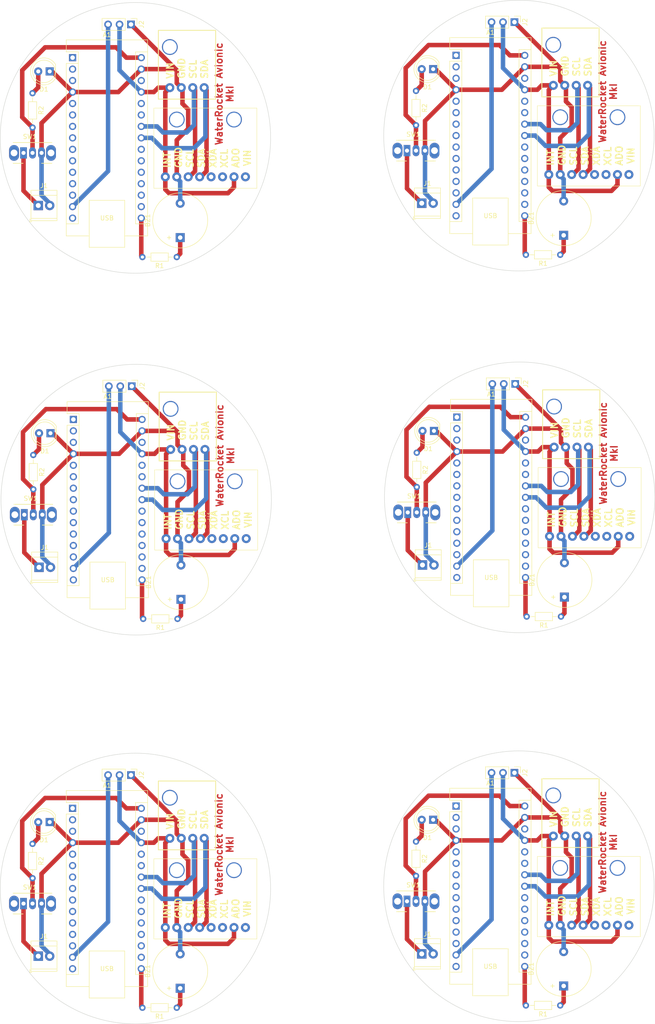
<source format=kicad_pcb>
(kicad_pcb (version 20221018) (generator pcbnew)
  (title_block (title "WaterRocket Avionic") (date "2023-03-21") (company "EPFL Water Rocketry"))
  (layers (0 "F.Cu" signal) (31 "B.Cu" signal) (34 "B.Paste" user) (35 "F.Paste" user) (36 "B.SilkS" user "B.Silkscreen") (37 "F.SilkS" user "F.Silkscreen") (38 "B.Mask" user) (39 "F.Mask" user) (44 "Edge.Cuts" user))
  (net 0 "")
  (net 23 "GND")
  (net 24 "Net-(A1-D13)")
  (net 25 "/SDA")
  (net 26 "/SCL")
  (net 27 "VCC")
  (net 28 "Net-(BZ1--)")
  (net 29 "Net-(D1-A)")
  (net 30 "+5V")
  (net 34 "Net-(J1-Pin_1)")
  (net 35 "/servo_pwm")
  (footprint "Library:MPU_6050" (layer "F.Cu") (at 83.82 231.14 90)
    (fp_text reference "U1")
    (fp_text value "MPU_6050")
  )
  (footprint "Library:MPU_6050" (layer "F.Cu") (at 168.91 64.262 90)
    (fp_text reference "U1")
    (fp_text value "MPU_6050")
  )
  (footprint "Library:MPU_6050" (layer "F.Cu") (at 83.990701 144.952816 90)
    (fp_text reference "U1")
    (fp_text value "MPU_6050")
  )
  (footprint "Connector_PinHeader_2.54mm:PinHeader_1x03_P2.54mm_Vertical" (layer "F.Cu") (at 58.590701 111.170816 -90)
    (fp_text reference "J2")
    (fp_text value "Conn_01x03")
  )
  (footprint "Resistor_THT:R_Axial_DIN0204_L3.6mm_D1.6mm_P7.62mm_Horizontal" (layer "F.Cu") (at 68.58 248.92 180)
    (fp_text reference "R1")
    (fp_text value "330")
  )
  (footprint "Resistor_THT:R_Axial_DIN0204_L3.6mm_D1.6mm_P7.62mm_Horizontal" (layer "F.Cu") (at 153.67 248.412 180)
    (fp_text reference "R1")
    (fp_text value "330")
  )
  (footprint "Button_Switch_THT:SW_CuK_OS102011MA1QN1_SPDT_Angled" (layer "F.Cu") (at 34.746701 139.650816)
    (fp_text reference "SW1")
    (fp_text value "SW_SPDT" hide)
  )
  (footprint "Button_Switch_THT:SW_CuK_OS102011MA1QN1_SPDT_Angled" (layer "F.Cu") (at 119.836701 139.142816)
    (fp_text reference "SW1")
    (fp_text value "SW_SPDT" hide)
  )
  (footprint "LED_THT:LED_D5.0mm" (layer "F.Cu") (at 125.476 40.894 180)
    (fp_text reference "D1")
    (fp_text value "LED" hide)
  )
  (footprint "Library:MPU_6050" (layer "F.Cu") (at 169.080701 144.444816 90)
    (fp_text reference "U1")
    (fp_text value "MPU_6050")
  )
  (footprint "Resistor_THT:R_Axial_DIN0204_L3.6mm_D1.6mm_P7.62mm_Horizontal" (layer "F.Cu") (at 153.67 82.042 180)
    (fp_text reference "R1")
    (fp_text value "330")
  )
  (footprint "Module:Arduino_Nano" (layer "F.Cu") (at 130.556 204.216)
    (fp_text reference "A1")
    (fp_text value "Arduino_Nano_v2.x" hide)
  )
  (footprint "TerminalBlock_TE-Connectivity:TerminalBlock_TE_282834-2_1x02_P2.54mm_Horizontal" (layer "F.Cu") (at 38.016701 151.302816)
    (fp_text reference "J1")
    (fp_text value "Screw_Terminal_01x02" hide)
  )
  (footprint "Button_Switch_THT:SW_CuK_OS102011MA1QN1_SPDT_Angled" (layer "F.Cu") (at 34.576 59.468)
    (fp_text reference "SW1")
    (fp_text value "SW_SPDT" hide)
  )
  (footprint "Module:Arduino_Nano" (layer "F.Cu") (at 130.556 37.846)
    (fp_text reference "A1")
    (fp_text value "Arduino_Nano_v2.x" hide)
  )
  (footprint "Buzzer_Beeper:Buzzer_12x9.5RM7.6" (layer "F.Cu") (at 69.342 78.232 90)
    (fp_text reference "BZ1")
    (fp_text value "Buzzer" hide)
  )
  (footprint "Resistor_THT:R_Axial_DIN0204_L3.6mm_D1.6mm_P7.62mm_Horizontal" (layer "F.Cu") (at 68.750701 162.732816 180)
    (fp_text reference "R1")
    (fp_text value "330")
  )
  (footprint "TerminalBlock_TE-Connectivity:TerminalBlock_TE_282834-2_1x02_P2.54mm_Horizontal" (layer "F.Cu") (at 122.936 236.982)
    (fp_text reference "J1")
    (fp_text value "Screw_Terminal_01x02" hide)
  )
  (footprint "Button_Switch_THT:SW_CuK_OS102011MA1QN1_SPDT_Angled" (layer "F.Cu") (at 34.576 225.838)
    (fp_text reference "SW1")
    (fp_text value "SW_SPDT" hide)
  )
  (footprint "Module:Arduino_Nano" (layer "F.Cu") (at 45.466 38.354)
    (fp_text reference "A1")
    (fp_text value "Arduino_Nano_v2.x" hide)
  )
  (footprint "Connector_PinHeader_2.54mm:PinHeader_1x03_P2.54mm_Vertical" (layer "F.Cu") (at 143.51 196.85 -90)
    (fp_text reference "J2")
    (fp_text value "Conn_01x03")
  )
  (footprint "Button_Switch_THT:SW_CuK_OS102011MA1QN1_SPDT_Angled" (layer "F.Cu") (at 119.666 58.96)
    (fp_text reference "SW1")
    (fp_text value "SW_SPDT" hide)
  )
  (footprint "Resistor_THT:R_Axial_DIN0204_L3.6mm_D1.6mm_P7.62mm_Horizontal" (layer "F.Cu") (at 36.576 46.228 -90)
    (fp_text reference "R2")
    (fp_text value "700" hide)
  )
  (footprint "TerminalBlock_TE-Connectivity:TerminalBlock_TE_282834-2_1x02_P2.54mm_Horizontal" (layer "F.Cu") (at 37.846 71.12)
    (fp_text reference "J1")
    (fp_text value "Screw_Terminal_01x02" hide)
  )
  (footprint "Buzzer_Beeper:Buzzer_12x9.5RM7.6" (layer "F.Cu") (at 154.432 244.094 90)
    (fp_text reference "BZ1")
    (fp_text value "Buzzer" hide)
  )
  (footprint "LED_THT:LED_D5.0mm" (layer "F.Cu") (at 40.386 207.772 180)
    (fp_text reference "D1")
    (fp_text value "LED" hide)
  )
  (footprint "Library:MPU_6050" (layer "F.Cu") (at 168.91 230.632 90)
    (fp_text reference "U1")
    (fp_text value "MPU_6050")
  )
  (footprint "Connector_PinHeader_2.54mm:PinHeader_1x03_P2.54mm_Vertical" (layer "F.Cu") (at 143.51 30.48 -90)
    (fp_text reference "J2")
    (fp_text value "Conn_01x03")
  )
  (footprint "LED_THT:LED_D5.0mm" (layer "F.Cu") (at 125.646701 121.076816 180)
    (fp_text reference "D1")
    (fp_text value "LED" hide)
  )
  (footprint "LED_THT:LED_D5.0mm" (layer "F.Cu") (at 40.556701 121.584816 180)
    (fp_text reference "D1")
    (fp_text value "LED" hide)
  )
  (footprint "Module:Arduino_Nano" (layer "F.Cu") (at 130.726701 118.028816)
    (fp_text reference "A1")
    (fp_text value "Arduino_Nano_v2.x" hide)
  )
  (footprint "Resistor_THT:R_Axial_DIN0204_L3.6mm_D1.6mm_P7.62mm_Horizontal" (layer "F.Cu") (at 121.836701 125.902816 -90)
    (fp_text reference "R2")
    (fp_text value "700" hide)
  )
  (footprint "Button_Switch_THT:SW_CuK_OS102011MA1QN1_SPDT_Angled" (layer "F.Cu") (at 119.666 225.33)
    (fp_text reference "SW1")
    (fp_text value "SW_SPDT" hide)
  )
  (footprint "Resistor_THT:R_Axial_DIN0204_L3.6mm_D1.6mm_P7.62mm_Horizontal" (layer "F.Cu") (at 121.666 212.09 -90)
    (fp_text reference "R2")
    (fp_text value "700" hide)
  )
  (footprint "Library:MPU_6050" (layer "F.Cu") (at 83.82 64.77 90)
    (fp_text reference "U1")
    (fp_text value "MPU_6050")
  )
  (footprint "Library:BME280_I2C" (layer "F.Cu") (at 152.133076 44.49585 90)
    (fp_text reference "S1" hide)
    (fp_text value "BME280_I2C" hide)
  )
  (footprint "Connector_PinHeader_2.54mm:PinHeader_1x03_P2.54mm_Vertical" (layer "F.Cu") (at 58.42 197.358 -90)
    (fp_text reference "J2")
    (fp_text value "Conn_01x03")
  )
  (footprint "Resistor_THT:R_Axial_DIN0204_L3.6mm_D1.6mm_P7.62mm_Horizontal" (layer "F.Cu") (at 153.840701 162.224816 180)
    (fp_text reference "R1")
    (fp_text value "330")
  )
  (footprint "Module:Arduino_Nano" (layer "F.Cu") (at 45.466 204.724)
    (fp_text reference "A1")
    (fp_text value "Arduino_Nano_v2.x" hide)
  )
  (footprint "TerminalBlock_TE-Connectivity:TerminalBlock_TE_282834-2_1x02_P2.54mm_Horizontal" (layer "F.Cu") (at 37.846 237.49)
    (fp_text reference "J1")
    (fp_text value "Screw_Terminal_01x02" hide)
  )
  (footprint "TerminalBlock_TE-Connectivity:TerminalBlock_TE_282834-2_1x02_P2.54mm_Horizontal" (layer "F.Cu") (at 122.936 70.612)
    (fp_text reference "J1")
    (fp_text value "Screw_Terminal_01x02" hide)
  )
  (footprint "Library:BME280_I2C" (layer "F.Cu") (at 67.043076 211.37385 90)
    (fp_text reference "S1" hide)
    (fp_text value "BME280_I2C" hide)
  )
  (footprint "Module:Arduino_Nano" (layer "F.Cu") (at 45.636701 118.536816)
    (fp_text reference "A1")
    (fp_text value "Arduino_Nano_v2.x" hide)
  )
  (footprint "LED_THT:LED_D5.0mm" (layer "F.Cu") (at 40.386 41.402 180)
    (fp_text reference "D1")
    (fp_text value "LED" hide)
  )
  (footprint "LED_THT:LED_D5.0mm" (layer "F.Cu") (at 125.476 207.264 180)
    (fp_text reference "D1")
    (fp_text value "LED" hide)
  )
  (footprint "Buzzer_Beeper:Buzzer_12x9.5RM7.6" (layer "F.Cu") (at 154.432 77.724 90)
    (fp_text reference "BZ1")
    (fp_text value "Buzzer" hide)
  )
  (footprint "Resistor_THT:R_Axial_DIN0204_L3.6mm_D1.6mm_P7.62mm_Horizontal" (layer "F.Cu") (at 121.666 45.72 -90)
    (fp_text reference "R2")
    (fp_text value "700" hide)
  )
  (footprint "Resistor_THT:R_Axial_DIN0204_L3.6mm_D1.6mm_P7.62mm_Horizontal" (layer "F.Cu") (at 36.746701 126.410816 -90)
    (fp_text reference "R2")
    (fp_text value "700" hide)
  )
  (footprint "Buzzer_Beeper:Buzzer_12x9.5RM7.6" (layer "F.Cu") (at 69.342 244.602 90)
    (fp_text reference "BZ1")
    (fp_text value "Buzzer" hide)
  )
  (footprint "TerminalBlock_TE-Connectivity:TerminalBlock_TE_282834-2_1x02_P2.54mm_Horizontal" (layer "F.Cu") (at 123.106701 150.794816)
    (fp_text reference "J1")
    (fp_text value "Screw_Terminal_01x02" hide)
  )
  (footprint "Resistor_THT:R_Axial_DIN0204_L3.6mm_D1.6mm_P7.62mm_Horizontal" (layer "F.Cu") (at 36.576 212.598 -90)
    (fp_text reference "R2")
    (fp_text value "700" hide)
  )
  (footprint "Connector_PinHeader_2.54mm:PinHeader_1x03_P2.54mm_Vertical" (layer "F.Cu") (at 143.680701 110.662816 -90)
    (fp_text reference "J2")
    (fp_text value "Conn_01x03")
  )
  (footprint "Library:BME280_I2C" (layer "F.Cu") (at 67.213777 125.186666 90)
    (fp_text reference "S1" hide)
    (fp_text value "BME280_I2C" hide)
  )
  (footprint "Library:BME280_I2C" (layer "F.Cu") (at 152.303777 124.678666 90)
    (fp_text reference "S1" hide)
    (fp_text value "BME280_I2C" hide)
  )
  (footprint "Buzzer_Beeper:Buzzer_12x9.5RM7.6" (layer "F.Cu") (at 154.602701 157.906816 90)
    (fp_text reference "BZ1")
    (fp_text value "Buzzer" hide)
  )
  (footprint "Resistor_THT:R_Axial_DIN0204_L3.6mm_D1.6mm_P7.62mm_Horizontal" (layer "F.Cu") (at 68.58 82.55 180)
    (fp_text reference "R1")
    (fp_text value "330")
  )
  (footprint "Connector_PinHeader_2.54mm:PinHeader_1x03_P2.54mm_Vertical" (layer "F.Cu") (at 58.42 30.988 -90)
    (fp_text reference "J2")
    (fp_text value "Conn_01x03")
  )
  (footprint "Buzzer_Beeper:Buzzer_12x9.5RM7.6" (layer "F.Cu") (at 69.512701 158.414816 90)
    (fp_text reference "BZ1")
    (fp_text value "Buzzer" hide)
  )
  (footprint "Library:BME280_I2C" (layer "F.Cu") (at 152.133076 210.86585 90)
    (fp_text reference "S1" hide)
    (fp_text value "BME280_I2C" hide)
  )
  (footprint "Library:BME280_I2C" (layer "F.Cu") (at 67.043076 45.00385 90)
    (fp_text reference "S1" hide)
    (fp_text value "BME280_I2C" hide)
  )
  (gr_circle (center 59.578701 136.316816) (end 89.578701 136.316816) (stroke (width 0.1)) (fill none) (layer "Edge.Cuts"))
  (gr_circle (center 144.668701 135.808816) (end 174.668701 135.808816) (stroke (width 0.1)) (fill none) (layer "Edge.Cuts"))
  (gr_circle (center 144.498 55.626) (end 174.498 55.626) (stroke (width 0.1)) (fill none) (layer "Edge.Cuts"))
  (gr_circle (center 59.408 222.504) (end 89.408 222.504) (stroke (width 0.1)) (fill none) (layer "Edge.Cuts"))
  (gr_circle (center 59.408 56.134) (end 89.408 56.134) (stroke (width 0.1)) (fill none) (layer "Edge.Cuts"))
  (gr_circle (center 144.498 221.996) (end 174.498 221.996) (stroke (width 0.1)) (fill none) (layer "Edge.Cuts"))
  (gr_text "WaterRocket Avionic\nMkI" (at 79.165779 212.756407 90) (layer "F.Cu") (effects (font (size 1.5 1.5) (thickness 0.3) bold)))
  (gr_text "WaterRocket Avionic\nMkI" (at 79.33648 126.569223 90) (layer "F.Cu") (effects (font (size 1.5 1.5) (thickness 0.3) bold)))
  (gr_text "WaterRocket Avionic\nMkI" (at 79.165779 46.386407 90) (layer "F.Cu") (effects (font (size 1.5 1.5) (thickness 0.3) bold)))
  (gr_text "WaterRocket Avionic\nMkI" (at 164.255779 45.878407 90) (layer "F.Cu") (effects (font (size 1.5 1.5) (thickness 0.3) bold)))
  (gr_text "WaterRocket Avionic\nMkI" (at 164.42648 126.061223 90) (layer "F.Cu") (effects (font (size 1.5 1.5) (thickness 0.3) bold)))
  (gr_text "WaterRocket Avionic\nMkI" (at 164.255779 212.248407 90) (layer "F.Cu") (effects (font (size 1.5 1.5) (thickness 0.3) bold)))
  (segment (start 68.750701 124.18359) (end 69.753777 125.186666) (width 1) (layer "F.Cu") (net 23))
  (segment (start 143.51 30.48) (end 153.67 40.64) (width 1) (layer "F.Cu") (net 23))
  (segment (start 40.386 207.772) (end 40.894 207.772) (width 1) (layer "F.Cu") (net 23))
  (segment (start 156.21 215.691087) (end 156.21 219.964) (width 1) (layer "F.Cu") (net 23))
  (segment (start 153.840701 120.822816) (end 153.840701 123.67559) (width 1) (layer "F.Cu") (net 23))
  (segment (start 156.21 49.321087) (end 156.21 53.594) (width 1) (layer "F.Cu") (net 23))
  (segment (start 70.020701 125.45359) (end 70.020701 128.741903) (width 1) (layer "F.Cu") (net 23))
  (segment (start 71.290701 130.011903) (end 71.290701 134.284816) (width 1) (layer "F.Cu") (net 23))
  (segment (start 38.746701 139.650816) (end 38.746701 133.046816) (width 1) (layer "F.Cu") (net 23))
  (segment (start 45.636701 126.156816) (end 55.796701 126.156816) (width 1) (layer "F.Cu") (net 23))
  (segment (start 68.58 56.642) (end 68.58 65.024) (width 1) (layer "F.Cu") (net 23))
  (segment (start 143.680701 110.662816) (end 153.840701 120.822816) (width 1) (layer "F.Cu") (net 23))
  (segment (start 130.556 211.836) (end 140.716 211.836) (width 1) (layer "F.Cu") (net 23))
  (segment (start 69.753777 125.186666) (end 70.020701 125.45359) (width 1) (layer "F.Cu") (net 23))
  (segment (start 154.673076 210.86585) (end 154.94 211.132774) (width 1) (layer "F.Cu") (net 23))
  (segment (start 154.843777 124.678666) (end 155.110701 124.94559) (width 1) (layer "F.Cu") (net 23))
  (segment (start 38.576 219.234) (end 45.466 212.344) (width 1) (layer "F.Cu") (net 23))
  (segment (start 123.666 218.726) (end 130.556 211.836) (width 1) (layer "F.Cu") (net 23))
  (segment (start 145.796 206.756) (end 153.416 206.756) (width 1) (layer "F.Cu") (net 23))
  (segment (start 140.886701 125.648816) (end 145.966701 120.568816) (width 1) (layer "F.Cu") (net 23))
  (segment (start 156.380701 133.776816) (end 153.840701 136.316816) (width 1) (layer "F.Cu") (net 23))
  (segment (start 58.590701 111.170816) (end 68.750701 121.330816) (width 1) (layer "F.Cu") (net 23))
  (segment (start 40.556701 121.584816) (end 41.064701 121.584816) (width 1) (layer "F.Cu") (net 23))
  (segment (start 153.67 207.01) (end 153.67 209.862774) (width 1) (layer "F.Cu") (net 23))
  (segment (start 45.466 45.974) (end 55.626 45.974) (width 1) (layer "F.Cu") (net 23))
  (segment (start 55.796701 126.156816) (end 60.876701 121.076816) (width 1) (layer "F.Cu") (net 23))
  (segment (start 38.576 52.864) (end 45.466 45.974) (width 1) (layer "F.Cu") (net 23))
  (segment (start 154.94 48.051087) (end 156.21 49.321087) (width 1) (layer "F.Cu") (net 23))
  (segment (start 154.94 211.132774) (end 154.94 214.421087) (width 1) (layer "F.Cu") (net 23))
  (segment (start 154.94 214.421087) (end 156.21 215.691087) (width 1) (layer "F.Cu") (net 23))
  (segment (start 123.666 52.356) (end 130.556 45.466) (width 1) (layer "F.Cu") (net 23))
  (segment (start 155.110701 128.233903) (end 156.380701 129.503903) (width 1) (layer "F.Cu") (net 23))
  (segment (start 68.58 44.000774) (end 69.583076 45.00385) (width 1) (layer "F.Cu") (net 23))
  (segment (start 156.21 219.964) (end 153.67 222.504) (width 1) (layer "F.Cu") (net 23))
  (segment (start 123.666 225.33) (end 123.666 218.726) (width 1) (layer "F.Cu") (net 23))
  (segment (start 71.12 216.199087) (end 71.12 220.472) (width 1) (layer "F.Cu") (net 23))
  (segment (start 69.85 211.640774) (end 69.85 214.929087) (width 1) (layer "F.Cu") (net 23))
  (segment (start 140.716 211.836) (end 145.796 206.756) (width 1) (layer "F.Cu") (net 23))
  (segment (start 123.836701 132.538816) (end 130.726701 125.648816) (width 1) (layer "F.Cu") (net 23))
  (segment (start 153.416 40.386) (end 153.67 40.64) (width 1) (layer "F.Cu") (net 23))
  (segment (start 71.12 54.102) (end 68.58 56.642) (width 1) (layer "F.Cu") (net 23))
  (segment (start 68.496701 121.076816) (end 68.750701 121.330816) (width 1) (layer "F.Cu") (net 23))
  (segment (start 68.750701 121.330816) (end 68.750701 124.18359) (width 1) (layer "F.Cu") (net 23))
  (segment (start 123.836701 139.142816) (end 123.836701 132.538816) (width 1) (layer "F.Cu") (net 23))
  (segment (start 38.576 59.468) (end 38.576 52.864) (width 1) (layer "F.Cu") (net 23))
  (segment (start 155.110701 124.94559) (end 155.110701 128.233903) (width 1) (layer "F.Cu") (net 23))
  (segment (start 156.21 53.594) (end 153.67 56.134) (width 1) (layer "F.Cu") (net 23))
  (segment (start 156.380701 129.503903) (end 156.380701 133.776816) (width 1) (layer "F.Cu") (net 23))
  (segment (start 71.290701 134.284816) (end 68.750701 136.824816) (width 1) (layer "F.Cu") (net 23))
  (segment (start 153.67 43.492774) (end 154.673076 44.49585) (width 1) (layer "F.Cu") (net 23))
  (segment (start 71.12 220.472) (end 68.58 223.012) (width 1) (layer "F.Cu") (net 23))
  (segment (start 41.064701 121.584816) (end 45.636701 126.156816) (width 1) (layer "F.Cu") (net 23))
  (segment (start 68.750701 136.824816) (end 68.750701 145.206816) (width 1) (layer "F.Cu") (net 23))
  (segment (start 40.386 41.402) (end 40.894 41.402) (width 1) (layer "F.Cu") (net 23))
  (segment (start 125.646701 121.076816) (end 126.154701 121.076816) (width 1) (layer "F.Cu") (net 23))
  (segment (start 153.67 40.64) (end 153.67 43.492774) (width 1) (layer "F.Cu") (net 23))
  (segment (start 123.666 58.96) (end 123.666 52.356) (width 1) (layer "F.Cu") (net 23))
  (segment (start 130.726701 125.648816) (end 140.886701 125.648816) (width 1) (layer "F.Cu") (net 23))
  (segment (start 153.67 56.134) (end 153.67 64.516) (width 1) (layer "F.Cu") (net 23))
  (segment (start 125.984 40.894) (end 130.556 45.466) (width 1) (layer "F.Cu") (net 23))
  (segment (start 68.326 207.264) (end 68.58 207.518) (width 1) (layer "F.Cu") (net 23))
  (segment (start 60.706 207.264) (end 68.326 207.264) (width 1) (layer "F.Cu") (net 23))
  (segment (start 58.42 197.358) (end 68.58 207.518) (width 1) (layer "F.Cu") (net 23))
  (segment (start 153.840701 123.67559) (end 154.843777 124.678666) (width 1) (layer "F.Cu") (net 23))
  (segment (start 68.58 41.148) (end 68.58 44.000774) (width 1) (layer "F.Cu") (net 23))
  (segment (start 55.626 45.974) (end 60.706 40.894) (width 1) (layer "F.Cu") (net 23))
  (segment (start 38.746701 133.046816) (end 45.636701 126.156816) (width 1) (layer "F.Cu") (net 23))
  (segment (start 126.154701 121.076816) (end 130.726701 125.648816) (width 1) (layer "F.Cu") (net 23))
  (segment (start 145.796 40.386) (end 153.416 40.386) (width 1) (layer "F.Cu") (net 23))
  (segment (start 125.476 207.264) (end 125.984 207.264) (width 1) (layer "F.Cu") (net 23))
  (segment (start 45.466 212.344) (end 55.626 212.344) (width 1) (layer "F.Cu") (net 23))
  (segment (start 68.58 223.012) (end 68.58 231.394) (width 1) (layer "F.Cu") (net 23))
  (segment (start 60.876701 121.076816) (end 68.496701 121.076816) (width 1) (layer "F.Cu") (net 23))
  (segment (start 69.85 45.270774) (end 69.85 48.559087) (width 1) (layer "F.Cu") (net 23))
  (segment (start 68.58 210.370774) (end 69.583076 211.37385) (width 1) (layer "F.Cu") (net 23))
  (segment (start 69.583076 211.37385) (end 69.85 211.640774) (width 1) (layer "F.Cu") (net 23))
  (segment (start 153.67 209.862774) (end 154.673076 210.86585) (width 1) (layer "F.Cu") (net 23))
  (segment (start 71.12 49.829087) (end 71.12 54.102) (width 1) (layer "F.Cu") (net 23))
  (segment (start 153.67 222.504) (end 153.67 230.886) (width 1) (layer "F.Cu") (net 23))
  (segment (start 140.716 45.466) (end 145.796 40.386) (width 1) (layer "F.Cu") (net 23))
  (segment (start 69.85 214.929087) (end 71.12 216.199087) (width 1) (layer "F.Cu") (net 23))
  (segment (start 40.894 41.402) (end 45.466 45.974) (width 1) (layer "F.Cu") (net 23))
  (segment (start 69.583076 45.00385) (end 69.85 45.270774) (width 1) (layer "F.Cu") (net 23))
  (segment (start 143.51 196.85) (end 153.67 207.01) (width 1) (layer "F.Cu") (net 23))
  (segment (start 68.326 40.894) (end 68.58 41.148) (width 1) (layer "F.Cu") (net 23))
  (segment (start 40.894 207.772) (end 45.466 212.344) (width 1) (layer "F.Cu") (net 23))
  (segment (start 38.576 225.838) (end 38.576 219.234) (width 1) (layer "F.Cu") (net 23))
  (segment (start 60.706 40.894) (end 68.326 40.894) (width 1) (layer "F.Cu") (net 23))
  (segment (start 153.840701 136.316816) (end 153.840701 144.698816) (width 1) (layer "F.Cu") (net 23))
  (segment (start 154.673076 44.49585) (end 154.94 44.762774) (width 1) (layer "F.Cu") (net 23))
  (segment (start 130.556 45.466) (end 140.716 45.466) (width 1) (layer "F.Cu") (net 23))
  (segment (start 153.416 206.756) (end 153.67 207.01) (width 1) (layer "F.Cu") (net 23))
  (segment (start 69.85 48.559087) (end 71.12 49.829087) (width 1) (layer "F.Cu") (net 23))
  (segment (start 125.984 207.264) (end 130.556 211.836) (width 1) (layer "F.Cu") (net 23))
  (segment (start 55.626 212.344) (end 60.706 207.264) (width 1) (layer "F.Cu") (net 23))
  (segment (start 145.966701 120.568816) (end 153.586701 120.568816) (width 1) (layer "F.Cu") (net 23))
  (segment (start 125.476 40.894) (end 125.984 40.894) (width 1) (layer "F.Cu") (net 23))
  (segment (start 58.42 30.988) (end 68.58 41.148) (width 1) (layer "F.Cu") (net 23))
  (segment (start 68.58 207.518) (end 68.58 210.370774) (width 1) (layer "F.Cu") (net 23))
  (segment (start 154.94 44.762774) (end 154.94 48.051087) (width 1) (layer "F.Cu") (net 23))
  (segment (start 153.586701 120.568816) (end 153.840701 120.822816) (width 1) (layer "F.Cu") (net 23))
  (segment (start 70.020701 128.741903) (end 71.290701 130.011903) (width 1) (layer "F.Cu") (net 23))
  (segment (start 69.342 65.786) (end 69.342 70.632) (width 1) (layer "B.Cu") (net 23))
  (segment (start 125.476 236.522) (end 125.476 236.982) (width 1) (layer "B.Cu") (net 23))
  (segment (start 123.836701 139.142816) (end 123.836701 148.524816) (width 1) (layer "B.Cu") (net 23))
  (segment (start 40.556701 150.842816) (end 40.556701 151.302816) (width 1) (layer "B.Cu") (net 23))
  (segment (start 38.576 225.838) (end 38.576 235.22) (width 1) (layer "B.Cu") (net 23))
  (segment (start 38.576 235.22) (end 40.386 237.03) (width 1) (layer "B.Cu") (net 23))
  (segment (start 123.836701 148.524816) (end 125.646701 150.334816) (width 1) (layer "B.Cu") (net 23))
  (segment (start 153.840701 144.698816) (end 154.602701 145.460816) (width 1) (layer "B.Cu") (net 23))
  (segment (start 38.746701 139.650816) (end 38.746701 149.032816) (width 1) (layer "B.Cu") (net 23))
  (segment (start 68.750701 145.206816) (end 69.512701 145.968816) (width 1) (layer "B.Cu") (net 23))
  (segment (start 123.666 234.712) (end 125.476 236.522) (width 1) (layer "B.Cu") (net 23))
  (segment (start 38.746701 149.032816) (end 40.556701 150.842816) (width 1) (layer "B.Cu") (net 23))
  (segment (start 40.386 70.66) (end 40.386 71.12) (width 1) (layer "B.Cu") (net 23))
  (segment (start 154.602701 145.460816) (end 154.602701 150.306816) (width 1) (layer "B.Cu") (net 23))
  (segment (start 125.476 70.152) (end 125.476 70.612) (width 1) (layer "B.Cu") (net 23))
  (segment (start 69.512701 145.968816) (end 69.512701 150.814816) (width 1) (layer "B.Cu") (net 23))
  (segment (start 69.342 232.156) (end 69.342 237.002) (width 1) (layer "B.Cu") (net 23))
  (segment (start 123.666 68.342) (end 125.476 70.152) (width 1) (layer "B.Cu") (net 23))
  (segment (start 153.67 64.516) (end 154.432 65.278) (width 1) (layer "B.Cu") (net 23))
  (segment (start 123.666 225.33) (end 123.666 234.712) (width 1) (layer "B.Cu") (net 23))
  (segment (start 154.432 65.278) (end 154.432 70.124) (width 1) (layer "B.Cu") (net 23))
  (segment (start 38.576 68.85) (end 40.386 70.66) (width 1) (layer "B.Cu") (net 23))
  (segment (start 153.67 230.886) (end 154.432 231.648) (width 1) (layer "B.Cu") (net 23))
  (segment (start 125.646701 150.334816) (end 125.646701 150.794816) (width 1) (layer "B.Cu") (net 23))
  (segment (start 38.576 59.468) (end 38.576 68.85) (width 1) (layer "B.Cu") (net 23))
  (segment (start 68.58 231.394) (end 69.342 232.156) (width 1) (layer "B.Cu") (net 23))
  (segment (start 40.386 237.03) (end 40.386 237.49) (width 1) (layer "B.Cu") (net 23))
  (segment (start 68.58 65.024) (end 69.342 65.786) (width 1) (layer "B.Cu") (net 23))
  (segment (start 154.432 231.648) (end 154.432 236.494) (width 1) (layer "B.Cu") (net 23))
  (segment (start 123.666 58.96) (end 123.666 68.342) (width 1) (layer "B.Cu") (net 23))
  (segment (start 60.706 248.666) (end 60.706 240.284) (width 1) (layer "F.Cu") (net 24))
  (segment (start 61.130701 162.732816) (end 60.876701 162.478816) (width 1) (layer "F.Cu") (net 24))
  (segment (start 145.796 81.788) (end 145.796 73.406) (width 1) (layer "F.Cu") (net 24))
  (segment (start 60.96 82.55) (end 60.706 82.296) (width 1) (layer "F.Cu") (net 24))
  (segment (start 145.966701 161.970816) (end 145.966701 153.588816) (width 1) (layer "F.Cu") (net 24))
  (segment (start 60.876701 162.478816) (end 60.876701 154.096816) (width 1) (layer "F.Cu") (net 24))
  (segment (start 146.220701 162.224816) (end 145.966701 161.970816) (width 1) (layer "F.Cu") (net 24))
  (segment (start 145.796 248.158) (end 145.796 239.776) (width 1) (layer "F.Cu") (net 24))
  (segment (start 146.05 248.412) (end 145.796 248.158) (width 1) (layer "F.Cu") (net 24))
  (segment (start 60.706 82.296) (end 60.706 73.914) (width 1) (layer "F.Cu") (net 24))
  (segment (start 60.96 248.92) (end 60.706 248.666) (width 1) (layer "F.Cu") (net 24))
  (segment (start 146.05 82.042) (end 145.796 81.788) (width 1) (layer "F.Cu") (net 24))
  (segment (start 75.184 211.894774) (end 74.663076 211.37385) (width 1) (layer "F.Cu") (net 25))
  (segment (start 160.274 45.016774) (end 159.753076 44.49585) (width 1) (layer "F.Cu") (net 25))
  (segment (start 160.274 62.992) (end 160.274 45.016774) (width 1) (layer "F.Cu") (net 25))
  (segment (start 73.830701 145.206816) (end 75.354701 143.682816) (width 1) (layer "F.Cu") (net 25))
  (segment (start 160.444701 143.174816) (end 160.444701 125.19959) (width 1) (layer "F.Cu") (net 25))
  (segment (start 158.920701 144.698816) (end 160.444701 143.174816) (width 1) (layer "F.Cu") (net 25))
  (segment (start 73.66 65.024) (end 75.184 63.5) (width 1) (layer "F.Cu") (net 25))
  (segment (start 160.274 229.362) (end 160.274 211.386774) (width 1) (layer "F.Cu") (net 25))
  (segment (start 158.75 64.516) (end 160.274 62.992) (width 1) (layer "F.Cu") (net 25))
  (segment (start 75.184 63.5) (end 75.184 45.524774) (width 1) (layer "F.Cu") (net 25))
  (segment (start 160.274 211.386774) (end 159.753076 210.86585) (width 1) (layer "F.Cu") (net 25))
  (segment (start 75.354701 143.682816) (end 75.354701 125.70759) (width 1) (layer "F.Cu") (net 25))
  (segment (start 160.444701 125.19959) (end 159.923777 124.678666) (width 1) (layer "F.Cu") (net 25))
  (segment (start 75.184 45.524774) (end 74.663076 45.00385) (width 1) (layer "F.Cu") (net 25))
  (segment (start 75.184 229.87) (end 75.184 211.894774) (width 1) (layer "F.Cu") (net 25))
  (segment (start 158.75 230.886) (end 160.274 229.362) (width 1) (layer "F.Cu") (net 25))
  (segment (start 73.66 231.394) (end 75.184 229.87) (width 1) (layer "F.Cu") (net 25))
  (segment (start 75.354701 125.70759) (end 74.833777 125.186666) (width 1) (layer "F.Cu") (net 25))
  (segment (start 63.220401 136.316816) (end 65.506401 138.602816) (width 1) (layer "B.Cu") (net 25))
  (segment (start 157.650701 138.094816) (end 160.190701 135.554816) (width 1) (layer "B.Cu") (net 25))
  (segment (start 65.506401 138.602816) (end 72.560701 138.602816) (width 1) (layer "B.Cu") (net 25))
  (segment (start 74.93 222.25) (end 74.93 211.640774) (width 1) (layer "B.Cu") (net 25))
  (segment (start 160.02 44.762774) (end 159.753076 44.49585) (width 1) (layer "B.Cu") (net 25))
  (segment (start 150.4257 224.282) (end 157.48 224.282) (width 1) (layer "B.Cu") (net 25))
  (segment (start 75.100701 125.45359) (end 74.833777 125.186666) (width 1) (layer "B.Cu") (net 25))
  (segment (start 72.560701 138.602816) (end 75.100701 136.062816) (width 1) (layer "B.Cu") (net 25))
  (segment (start 148.1397 221.996) (end 150.4257 224.282) (width 1) (layer "B.Cu") (net 25))
  (segment (start 60.706 222.504) (end 63.0497 222.504) (width 1) (layer "B.Cu") (net 25))
  (segment (start 145.966701 135.808816) (end 148.310401 135.808816) (width 1) (layer "B.Cu") (net 25))
  (segment (start 72.39 58.42) (end 74.93 55.88) (width 1) (layer "B.Cu") (net 25))
  (segment (start 150.596401 138.094816) (end 157.650701 138.094816) (width 1) (layer "B.Cu") (net 25))
  (segment (start 74.93 55.88) (end 74.93 45.270774) (width 1) (layer "B.Cu") (net 25))
  (segment (start 72.39 224.79) (end 74.93 222.25) (width 1) (layer "B.Cu") (net 25))
  (segment (start 74.93 211.640774) (end 74.663076 211.37385) (width 1) (layer "B.Cu") (net 25))
  (segment (start 160.02 55.372) (end 160.02 44.762774) (width 1) (layer "B.Cu") (net 25))
  (segment (start 63.0497 222.504) (end 65.3357 224.79) (width 1) (layer "B.Cu") (net 25))
  (segment (start 74.93 45.270774) (end 74.663076 45.00385) (width 1) (layer "B.Cu") (net 25))
  (segment (start 65.3357 224.79) (end 72.39 224.79) (width 1) (layer "B.Cu") (net 25))
  (segment (start 148.1397 55.626) (end 150.4257 57.912) (width 1) (layer "B.Cu") (net 25))
  (segment (start 160.190701 124.94559) (end 159.923777 124.678666) (width 1) (layer "B.Cu") (net 25))
  (segment (start 63.0497 56.134) (end 65.3357 58.42) (width 1) (layer "B.Cu") (net 25))
  (segment (start 160.02 221.742) (end 160.02 211.132774) (width 1) (layer "B.Cu") (net 25))
  (segment (start 60.706 56.134) (end 63.0497 56.134) (width 1) (layer "B.Cu") (net 25))
  (segment (start 145.796 221.996) (end 148.1397 221.996) (width 1) (layer "B.Cu") (net 25))
  (segment (start 75.100701 136.062816) (end 75.100701 125.45359) (width 1) (layer "B.Cu") (net 25))
  (segment (start 160.02 211.132774) (end 159.753076 210.86585) (width 1) (layer "B.Cu") (net 25))
  (segment (start 145.796 55.626) (end 148.1397 55.626) (width 1) (layer "B.Cu") (net 25))
  (segment (start 157.48 224.282) (end 160.02 221.742) (width 1) (layer "B.Cu") (net 25))
  (segment (start 160.190701 135.554816) (end 160.190701 124.94559) (width 1) (layer "B.Cu") (net 25))
  (segment (start 60.876701 136.316816) (end 63.220401 136.316816) (width 1) (layer "B.Cu") (net 25))
  (segment (start 65.3357 58.42) (end 72.39 58.42) (width 1) (layer "B.Cu") (net 25))
  (segment (start 148.310401 135.808816) (end 150.596401 138.094816) (width 1) (layer "B.Cu") (net 25))
  (segment (start 157.48 57.912) (end 160.02 55.372) (width 1) (layer "B.Cu") (net 25))
  (segment (start 150.4257 57.912) (end 157.48 57.912) (width 1) (layer "B.Cu") (net 25))
  (segment (start 157.734 229.362) (end 156.21 230.886) (width 1) (layer "F.Cu") (net 26))
  (segment (start 72.644 211.894774) (end 72.644 229.87) (width 1) (layer "F.Cu") (net 26))
  (segment (start 72.123076 211.37385) (end 72.644 211.894774) (width 1) (layer "F.Cu") (net 26))
  (segment (start 157.383777 124.678666) (end 157.904701 125.19959) (width 1) (layer "F.Cu") (net 26))
  (segment (start 157.213076 44.49585) (end 157.734 45.016774) (width 1) (layer "F.Cu") (net 26))
  (segment (start 72.644 63.5) (end 71.12 65.024) (width 1) (layer "F.Cu") (net 26))
  (segment (start 72.293777 125.186666) (end 72.814701 125.70759) (width 1) (layer "F.Cu") (net 26))
  (segment (start 157.213076 210.86585) (end 157.734 211.386774) (width 1) (layer "F.Cu") (net 26))
  (segment (start 157.734 62.992) (end 156.21 64.516) (width 1) (layer "F.Cu") (net 26))
  (segment (start 157.904701 143.174816) (end 156.380701 144.698816) (width 1) (layer "F.Cu") (net 26))
  (segment (start 72.814701 143.682816) (end 71.290701 145.206816) (width 1) (layer "F.Cu") (net 26))
  (segment (start 72.123076 45.00385) (end 72.644 45.524774) (width 1) (layer "F.Cu") (net 26))
  (segment (start 72.814701 125.70759) (end 72.814701 143.682816) (width 1) (layer "F.Cu") (net 26))
  (segment (start 157.904701 125.19959) (end 157.904701 143.174816) (width 1) (layer "F.Cu") (net 26))
  (segment (start 157.734 45.016774) (end 157.734 62.992) (width 1) (layer "F.Cu") (net 26))
  (segment (start 72.644 229.87) (end 71.12 231.394) (width 1) (layer "F.Cu") (net 26))
  (segment (start 72.644 45.524774) (end 72.644 63.5) (width 1) (layer "F.Cu") (net 26))
  (segment (start 157.734 211.386774) (end 157.734 229.362) (width 1) (layer "F.Cu") (net 26))
  (segment (start 64.200491 219.964) (end 65.540491 221.304) (width 1) (layer "B.Cu") (net 26))
  (segment (start 64.371192 133.776816) (end 65.711192 135.116816) (width 1) (layer "B.Cu") (net 26))
  (segment (start 60.876701 133.776816) (end 64.371192 133.776816) (width 1) (layer "B.Cu") (net 26))
  (segment (start 150.630491 220.796) (end 155.850865 220.796) (width 1) (layer "B.Cu") (net 26))
  (segment (start 157.650701 124.94559) (end 157.383777 124.678666) (width 1) (layer "B.Cu") (net 26))
  (segment (start 150.630491 54.426) (end 155.850865 54.426) (width 1) (layer "B.Cu") (net 26))
  (segment (start 149.290491 219.456) (end 150.630491 220.796) (width 1) (layer "B.Cu") (net 26))
  (segment (start 70.931566 135.116816) (end 72.560701 133.487681) (width 1) (layer "B.Cu") (net 26))
  (segment (start 157.48 52.796865) (end 157.48 44.762774) (width 1) (layer "B.Cu") (net 26))
  (segment (start 155.850865 54.426) (end 157.48 52.796865) (width 1) (layer "B.Cu") (net 26))
  (segment (start 70.760865 221.304) (end 72.39 219.674865) (width 1) (layer "B.Cu") (net 26))
  (segment (start 145.796 219.456) (end 149.290491 219.456) (width 1) (layer "B.Cu") (net 26))
  (segment (start 150.801192 134.608816) (end 156.021566 134.608816) (width 1) (layer "B.Cu") (net 26))
  (segment (start 64.200491 53.594) (end 65.540491 54.934) (width 1) (layer "B.Cu") (net 26))
  (segment (start 65.711192 135.116816) (end 70.931566 135.116816) (width 1) (layer "B.Cu") (net 26))
  (segment (start 149.461192 133.268816) (end 150.801192 134.608816) (width 1) (layer "B.Cu") (net 26))
  (segment (start 65.540491 221.304) (end 70.760865 221.304) (width 1) (layer "B.Cu") (net 26))
  (segment (start 72.39 219.674865) (end 72.39 211.640774) (width 1) (layer "B.Cu") (net 26))
  (segment (start 145.796 53.086) (end 149.290491 53.086) (width 1) (layer "B.Cu") (net 26))
  (segment (start 72.39 211.640774) (end 72.123076 211.37385) (width 1) (layer "B.Cu") (net 26))
  (segment (start 157.48 44.762774) (end 157.213076 44.49585) (width 1) (layer "B.Cu") (net 26))
  (segment (start 72.39 53.304865) (end 72.39 45.270774) (width 1) (layer "B.Cu") (net 26))
  (segment (start 72.560701 133.487681) (end 72.560701 125.45359) (width 1) (layer "B.Cu") (net 26))
  (segment (start 157.48 211.132774) (end 157.213076 210.86585) (width 1) (layer "B.Cu") (net 26))
  (segment (start 145.966701 133.268816) (end 149.461192 133.268816) (width 1) (layer "B.Cu") (net 26))
  (segment (start 60.706 219.964) (end 64.200491 219.964) (width 1) (layer "B.Cu") (net 26))
  (segment (start 60.706 53.594) (end 64.200491 53.594) (width 1) (layer "B.Cu") (net 26))
  (segment (start 149.290491 53.086) (end 150.630491 54.426) (width 1) (layer "B.Cu") (net 26))
  (segment (start 70.760865 54.934) (end 72.39 53.304865) (width 1) (layer "B.Cu") (net 26))
  (segment (start 156.021566 134.608816) (end 157.650701 132.979681) (width 1) (layer "B.Cu") (net 26))
  (segment (start 155.850865 220.796) (end 157.48 219.166865) (width 1) (layer "B.Cu") (net 26))
  (segment (start 65.540491 54.934) (end 70.760865 54.934) (width 1) (layer "B.Cu") (net 26))
  (segment (start 157.650701 132.979681) (end 157.650701 124.94559) (width 1) (layer "B.Cu") (net 26))
  (segment (start 72.560701 125.45359) (end 72.293777 125.186666) (width 1) (layer "B.Cu") (net 26))
  (segment (start 72.39 45.270774) (end 72.123076 45.00385) (width 1) (layer "B.Cu") (net 26))
  (segment (start 157.48 219.166865) (end 157.48 211.132774) (width 1) (layer "B.Cu") (net 26))
  (segment (start 140.378701 115.742816) (end 142.664701 118.028816) (width 1) (layer "F.Cu") (net 27))
  (segment (start 121.666 219.71) (end 121.666 225.33) (width 1) (layer "F.Cu") (net 27))
  (segment (start 39.37 202.438) (end 55.118 202.438) (width 1) (layer "F.Cu") (net 27))
  (segment (start 36.576 53.848) (end 36.576 59.468) (width 1) (layer "F.Cu") (net 27))
  (segment (start 119.38 217.424) (end 119.38 207.01) (width 1) (layer "F.Cu") (net 27))
  (segment (start 39.37 36.068) (end 55.118 36.068) (width 1) (layer "F.Cu") (net 27))
  (segment (start 124.46 201.93) (end 140.208 201.93) (width 1) (layer "F.Cu") (net 27))
  (segment (start 119.38 40.64) (end 124.46 35.56) (width 1) (layer "F.Cu") (net 27))
  (segment (start 57.404 204.724) (end 60.706 204.724) (width 1) (layer "F.Cu") (net 27))
  (segment (start 142.494 204.216) (end 145.796 204.216) (width 1) (layer "F.Cu") (net 27))
  (segment (start 36.576 220.218) (end 36.576 225.838) (width 1) (layer "F.Cu") (net 27))
  (segment (start 121.666 219.71) (end 119.38 217.424) (width 1) (layer "F.Cu") (net 27))
  (segment (start 36.746701 134.030816) (end 36.746701 139.650816) (width 1) (layer "F.Cu") (net 27))
  (segment (start 34.29 51.562) (end 34.29 41.148) (width 1) (layer "F.Cu") (net 27))
  (segment (start 119.38 51.054) (end 119.38 40.64) (width 1) (layer "F.Cu") (net 27))
  (segment (start 36.576 220.218) (end 34.29 217.932) (width 1) (layer "F.Cu") (net 27))
  (segment (start 36.576 53.848) (end 34.29 51.562) (width 1) (layer "F.Cu") (net 27))
  (segment (start 119.550701 131.236816) (end 119.550701 120.822816) (width 1) (layer "F.Cu") (net 27))
  (segment (start 119.550701 120.822816) (end 124.630701 115.742816) (width 1) (layer "F.Cu") (net 27))
  (segment (start 119.38 207.01) (end 124.46 201.93) (width 1) (layer "F.Cu") (net 27))
  (segment (start 140.208 201.93) (end 142.494 204.216) (width 1) (layer "F.Cu") (net 27))
  (segment (start 140.208 35.56) (end 142.494 37.846) (width 1) (layer "F.Cu") (net 27))
  (segment (start 121.666 53.34) (end 121.666 58.96) (width 1) (layer "F.Cu") (net 27))
  (segment (start 39.540701 116.250816) (end 55.288701 116.250816) (width 1) (layer "F.Cu") (net 27))
  (segment (start 36.746701 134.030816) (end 34.460701 131.744816) (width 1) (layer "F.Cu") (net 27))
  (segment (start 55.288701 116.250816) (end 57.574701 118.536816) (width 1) (layer "F.Cu") (net 27))
  (segment (start 142.494 37.846) (end 145.796 37.846) (width 1) (layer "F.Cu") (net 27))
  (segment (start 57.404 38.354) (end 60.706 38.354) (width 1) (layer "F.Cu") (net 27))
  (segment (start 34.460701 121.330816) (end 39.540701 116.250816) (width 1) (layer "F.Cu") (net 27))
  (segment (start 121.836701 133.522816) (end 121.836701 139.142816) (width 1) (layer "F.Cu") (net 27))
  (segment (start 34.29 207.518) (end 39.37 202.438) (width 1) (layer "F.Cu") (net 27))
  (segment (start 121.836701 133.522816) (end 119.550701 131.236816) (width 1) (layer "F.Cu") (net 27))
  (segment (start 55.118 202.438) (end 57.404 204.724) (width 1) (layer "F.Cu") (net 27))
  (segment (start 34.29 41.148) (end 39.37 36.068) (width 1) (layer "F.Cu") (net 27))
  (segment (start 142.664701 118.028816) (end 145.966701 118.028816) (width 1) (layer "F.Cu") (net 27))
  (segment (start 124.630701 115.742816) (end 140.378701 115.742816) (width 1) (layer "F.Cu") (net 27))
  (segment (start 34.460701 131.744816) (end 34.460701 121.330816) (width 1) (layer "F.Cu") (net 27))
  (segment (start 124.46 35.56) (end 140.208 35.56) (width 1) (layer "F.Cu") (net 27))
  (segment (start 57.574701 118.536816) (end 60.876701 118.536816) (width 1) (layer "F.Cu") (net 27))
  (segment (start 121.666 53.34) (end 119.38 51.054) (width 1) (layer "F.Cu") (net 27))
  (segment (start 34.29 217.932) (end 34.29 207.518) (width 1) (layer "F.Cu") (net 27))
  (segment (start 55.118 36.068) (end 57.404 38.354) (width 1) (layer "F.Cu") (net 27))
  (segment (start 154.432 247.65) (end 153.67 248.412) (width 1) (layer "F.Cu") (net 28))
  (segment (start 154.432 81.28) (end 153.67 82.042) (width 1) (layer "F.Cu") (net 28))
  (segment (start 69.342 78.232) (end 69.342 81.788) (width 1) (layer "F.Cu") (net 28))
  (segment (start 69.342 244.602) (end 69.342 248.158) (width 1) (layer "F.Cu") (net 28))
  (segment (start 69.512701 158.414816) (end 69.512701 161.970816) (width 1) (layer "F.Cu") (net 28))
  (segment (start 69.342 81.788) (end 68.58 82.55) (width 1) (layer "F.Cu") (net 28))
  (segment (start 154.602701 157.906816) (end 154.602701 161.462816) (width 1) (layer "F.Cu") (net 28))
  (segment (start 69.342 248.158) (end 68.58 248.92) (width 1) (layer "F.Cu") (net 28))
  (segment (start 154.602701 161.462816) (end 153.840701 162.224816) (width 1) (layer "F.Cu") (net 28))
  (segment (start 69.512701 161.970816) (end 68.750701 162.732816) (width 1) (layer "F.Cu") (net 28))
  (segment (start 154.432 244.094) (end 154.432 247.65) (width 1) (layer "F.Cu") (net 28))
  (segment (start 154.432 77.724) (end 154.432 81.28) (width 1) (layer "F.Cu") (net 28))
  (segment (start 121.836701 125.902816) (end 123.103491 124.636026) (width 1) (layer "F.Cu") (net 29))
  (segment (start 36.576 46.228) (end 37.84279 44.96121) (width 1) (layer "F.Cu") (net 29))
  (segment (start 123.103491 124.636026) (end 123.103491 121.080026) (width 1) (layer "F.Cu") (net 29))
  (segment (start 36.746701 126.410816) (end 38.013491 125.144026) (width 1) (layer "F.Cu") (net 29))
  (segment (start 122.93279 207.26721) (end 122.936 207.264) (width 1) (layer "F.Cu") (net 29))
  (segment (start 123.103491 121.080026) (end 123.106701 121.076816) (width 1) (layer "F.Cu") (net 29))
  (segment (start 122.93279 210.82321) (end 122.93279 207.26721) (width 1) (layer "F.Cu") (net 29))
  (segment (start 37.84279 207.77521) (end 37.846 207.772) (width 1) (layer "F.Cu") (net 29))
  (segment (start 122.93279 40.89721) (end 122.936 40.894) (width 1) (layer "F.Cu") (net 29))
  (segment (start 37.84279 211.33121) (end 37.84279 207.77521) (width 1) (layer "F.Cu") (net 29))
  (segment (start 37.84279 41.40521) (end 37.846 41.402) (width 1) (layer "F.Cu") (net 29))
  (segment (start 38.013491 121.588026) (end 38.016701 121.584816) (width 1) (layer "F.Cu") (net 29))
  (segment (start 38.013491 125.144026) (end 38.013491 121.588026) (width 1) (layer "F.Cu") (net 29))
  (segment (start 121.666 45.72) (end 122.93279 44.45321) (width 1) (layer "F.Cu") (net 29))
  (segment (start 121.666 212.09) (end 122.93279 210.82321) (width 1) (layer "F.Cu") (net 29))
  (segment (start 122.93279 44.45321) (end 122.93279 40.89721) (width 1) (layer "F.Cu") (net 29))
  (segment (start 37.84279 44.96121) (end 37.84279 41.40521) (width 1) (layer "F.Cu") (net 29))
  (segment (start 36.576 212.598) (end 37.84279 211.33121) (width 1) (layer "F.Cu") (net 29))
  (segment (start 151.958089 67.884089) (end 165.033911 67.884089) (width 1) (layer "F.Cu") (net 30))
  (segment (start 67.213777 125.186666) (end 64.640851 125.186666) (width 1) (layer "F.Cu") (net 30))
  (segment (start 63.5 45.974) (end 60.706 45.974) (width 1) (layer "F.Cu") (net 30))
  (segment (start 148.59 45.466) (end 145.796 45.466) (width 1) (layer "F.Cu") (net 30))
  (segment (start 66.868089 68.392089) (end 79.943911 68.392089) (width 1) (layer "F.Cu") (net 30))
  (segment (start 152.303777 124.678666) (end 149.730851 124.678666) (width 1) (layer "F.Cu") (net 30))
  (segment (start 81.28 67.056) (end 81.28 65.024) (width 1) (layer "F.Cu") (net 30))
  (segment (start 148.59 211.836) (end 145.796 211.836) (width 1) (layer "F.Cu") (net 30))
  (segment (start 148.760701 125.648816) (end 145.966701 125.648816) (width 1) (layer "F.Cu") (net 30))
  (segment (start 63.5 212.344) (end 60.706 212.344) (width 1) (layer "F.Cu") (net 30))
  (segment (start 152.303777 124.678666) (end 151.300701 125.681742) (width 1) (layer "F.Cu") (net 30))
  (segment (start 81.450701 147.238816) (end 81.450701 145.206816) (width 1) (layer "F.Cu") (net 30))
  (segment (start 151.13 233.426) (end 151.958089 234.254089) (width 1) (layer "F.Cu") (net 30))
  (segment (start 151.13 67.056) (end 151.958089 67.884089) (width 1) (layer "F.Cu") (net 30))
  (segment (start 151.958089 234.254089) (end 165.033911 234.254089) (width 1) (layer "F.Cu") (net 30))
  (segment (start 66.04 46.006926) (end 66.04 67.564) (width 1) (layer "F.Cu") (net 30))
  (segment (start 67.043076 45.00385) (end 64.47015 45.00385) (width 1) (layer "F.Cu") (net 30))
  (segment (start 79.943911 234.762089) (end 81.28 233.426) (width 1) (layer "F.Cu") (net 30))
  (segment (start 67.043076 211.37385) (end 64.47015 211.37385) (width 1) (layer "F.Cu") (net 30))
  (segment (start 149.56015 210.86585) (end 148.59 211.836) (width 1) (layer "F.Cu") (net 30))
  (segment (start 166.37 232.918) (end 166.37 230.886) (width 1) (layer "F.Cu") (net 30))
  (segment (start 81.28 233.426) (end 81.28 231.394) (width 1) (layer "F.Cu") (net 30))
  (segment (start 67.213777 125.186666) (end 66.210701 126.189742) (width 1) (layer "F.Cu") (net 30))
  (segment (start 152.133076 210.86585) (end 149.56015 210.86585) (width 1) (layer "F.Cu") (net 30))
  (segment (start 152.133076 44.49585) (end 149.56015 44.49585) (width 1) (layer "F.Cu") (net 30))
  (segment (start 66.210701 126.189742) (end 66.210701 147.746816) (width 1) (layer "F.Cu") (net 30))
  (segment (start 80.114612 148.574905) (end 81.450701 147.238816) (width 1) (layer "F.Cu") (net 30))
  (segment (start 66.868089 234.762089) (end 79.943911 234.762089) (width 1) (layer "F.Cu") (net 30))
  (segment (start 66.210701 147.746816) (end 67.03879 148.574905) (width 1) (layer "F.Cu") (net 30))
  (segment (start 165.033911 234.254089) (end 166.37 232.918) (width 1) (layer "F.Cu") (net 30))
  (segment (start 149.56015 44.49585) (end 148.59 45.466) (width 1) (layer "F.Cu") (net 30))
  (segment (start 165.033911 67.884089) (end 166.37 66.548) (width 1) (layer "F.Cu") (net 30))
  (segment (start 152.133076 44.49585) (end 151.13 45.498926) (width 1) (layer "F.Cu") (net 30))
  (segment (start 149.730851 124.678666) (end 148.760701 125.648816) (width 1) (layer "F.Cu") (net 30))
  (segment (start 64.640851 125.186666) (end 63.670701 126.156816) (width 1) (layer "F.Cu") (net 30))
  (segment (start 151.300701 147.238816) (end 152.12879 148.066905) (width 1) (layer "F.Cu") (net 30))
  (segment (start 64.47015 211.37385) (end 63.5 212.344) (width 1) (layer "F.Cu") (net 30))
  (segment (start 152.133076 210.86585) (end 151.13 211.868926) (width 1) (layer "F.Cu") (net 30))
  (segment (start 166.37 66.548) (end 166.37 64.516) (width 1) (layer "F.Cu") (net 30))
  (segment (start 63.670701 126.156816) (end 60.876701 126.156816) (width 1) (layer "F.Cu") (net 30))
  (segment (start 66.04 233.934) (end 66.868089 234.762089) (width 1) (layer "F.Cu") (net 30))
  (segment (start 166.540701 146.730816) (end 166.540701 144.698816) (width 1) (layer "F.Cu") (net 30))
  (segment (start 165.204612 148.066905) (end 166.540701 146.730816) (width 1) (layer "F.Cu") (net 30))
  (segment (start 67.03879 148.574905) (end 80.114612 148.574905) (width 1) (layer "F.Cu") (net 30))
  (segment (start 151.13 211.868926) (end 151.13 233.426) (width 1) (layer "F.Cu") (net 30))
  (segment (start 67.043076 211.37385) (end 66.04 212.376926) (width 1) (layer "F.Cu") (net 30))
  (segment (start 151.13 45.498926) (end 151.13 67.056) (width 1) (layer "F.Cu") (net 30))
  (segment (start 66.04 67.564) (end 66.868089 68.392089) (width 1) (layer "F.Cu") (net 30))
  (segment (start 79.943911 68.392089) (end 81.28 67.056) (width 1) (layer "F.Cu") (net 30))
  (segment (start 66.04 212.376926) (end 66.04 233.934) (width 1) (layer "F.Cu") (net 30))
  (segment (start 151.300701 125.681742) (end 151.300701 147.238816) (width 1) (layer "F.Cu") (net 30))
  (segment (start 152.12879 148.066905) (end 165.204612 148.066905) (width 1) (layer "F.Cu") (net 30))
  (segment (start 67.043076 45.00385) (end 66.04 46.006926) (width 1) (layer "F.Cu") (net 30))
  (segment (start 64.47015 45.00385) (end 63.5 45.974) (width 1) (layer "F.Cu") (net 30))
  (segment (start 141.140701 110.662816) (end 141.140701 120.822816) (width 1) (layer "B.Cu") (net 30))
  (segment (start 56.050701 121.330816) (end 60.876701 126.156816) (width 1) (layer "B.Cu") (net 30))
  (segment (start 55.88 207.518) (end 60.706 212.344) (width 1) (layer "B.Cu") (net 30))
  (segment (start 55.88 30.988) (end 55.88 41.148) (width 1) (layer "B.Cu") (net 30))
  (segment (start 140.97 40.64) (end 145.796 45.466) (width 1) (layer "B.Cu") (net 30))
  (segment (start 140.97 207.01) (end 145.796 211.836) (width 1) (layer "B.Cu") (net 30))
  (segment (start 140.97 30.48) (end 140.97 40.64) (width 1) (layer "B.Cu") (net 30))
  (segment (start 55.88 41.148) (end 60.706 45.974) (width 1) (layer "B.Cu") (net 30))
  (segment (start 55.88 197.358) (end 55.88 207.518) (width 1) (layer "B.Cu") (net 30))
  (segment (start 141.140701 120.822816) (end 145.966701 125.648816) (width 1) (layer "B.Cu") (net 30))
  (segment (start 140.97 196.85) (end 140.97 207.01) (width 1) (layer "B.Cu") (net 30))
  (segment (start 56.050701 111.170816) (end 56.050701 121.330816) (width 1) (layer "B.Cu") (net 30))
  (segment (start 120.142 59.436) (end 119.666 58.96) (width 0.5) (layer "F.Cu") (net 34))
  (segment (start 122.936 70.612) (end 119.666 67.342) (width 1) (layer "F.Cu") (net 34))
  (segment (start 119.836701 147.524816) (end 119.836701 139.142816) (width 1) (layer "F.Cu") (net 34))
  (segment (start 122.936 236.982) (end 119.666 233.712) (width 1) (layer "F.Cu") (net 34))
  (segment (start 119.666 233.712) (end 119.666 225.33) (width 1) (layer "F.Cu") (net 34))
  (segment (start 37.846 237.49) (end 34.576 234.22) (width 1) (layer "F.Cu") (net 34))
  (segment (start 35.052 226.314) (end 34.576 225.838) (width 0.5) (layer "F.Cu") (net 34))
  (segment (start 119.666 67.342) (end 119.666 58.96) (width 1) (layer "F.Cu") (net 34))
  (segment (start 34.746701 148.032816) (end 34.746701 139.650816) (width 1) (layer "F.Cu") (net 34))
  (segment (start 35.222701 140.126816) (end 34.746701 139.650816) (width 0.5) (layer "F.Cu") (net 34))
  (segment (start 120.142 225.806) (end 119.666 225.33) (width 0.5) (layer "F.Cu") (net 34))
  (segment (start 34.576 234.22) (end 34.576 225.838) (width 1) (layer "F.Cu") (net 34))
  (segment (start 123.106701 150.794816) (end 119.836701 147.524816) (width 1) (layer "F.Cu") (net 34))
  (segment (start 34.576 67.85) (end 34.576 59.468) (width 1) (layer "F.Cu") (net 34))
  (segment (start 38.016701 151.302816) (end 34.746701 148.032816) (width 1) (layer "F.Cu") (net 34))
  (segment (start 35.052 59.944) (end 34.576 59.468) (width 0.5) (layer "F.Cu") (net 34))
  (segment (start 37.846 71.12) (end 34.576 67.85) (width 1) (layer "F.Cu") (net 34))
  (segment (start 120.312701 139.618816) (end 119.836701 139.142816) (width 0.5) (layer "F.Cu") (net 34))
  (segment (start 122.852701 151.556816) (end 123.836701 150.572816) (width 0.5) (layer "B.Cu") (net 34))
  (segment (start 37.762701 152.064816) (end 38.746701 151.080816) (width 0.5) (layer "B.Cu") (net 34))
  (segment (start 122.682 71.374) (end 123.666 70.39) (width 0.5) (layer "B.Cu") (net 34))
  (segment (start 37.592 71.882) (end 38.576 70.898) (width 0.5) (layer "B.Cu") (net 34))
  (segment (start 122.682 237.744) (end 123.666 236.76) (width 0.5) (layer "B.Cu") (net 34))
  (segment (start 37.592 238.252) (end 38.576 237.268) (width 0.5) (layer "B.Cu") (net 34))
  (segment (start 138.600701 143.174816) (end 130.726701 151.048816) (width 1) (layer "B.Cu") (net 35))
  (segment (start 53.34 63.5) (end 45.466 71.374) (width 1) (layer "B.Cu") (net 35))
  (segment (start 53.34 30.988) (end 53.34 63.5) (width 1) (layer "B.Cu") (net 35))
  (segment (start 138.43 196.85) (end 138.43 229.362) (width 1) (layer "B.Cu") (net 35))
  (segment (start 138.43 229.362) (end 130.556 237.236) (width 1) (layer "B.Cu") (net 35))
  (segment (start 53.34 197.358) (end 53.34 229.87) (width 1) (layer "B.Cu") (net 35))
  (segment (start 53.34 229.87) (end 45.466 237.744) (width 1) (layer "B.Cu") (net 35))
  (segment (start 138.600701 110.662816) (end 138.600701 143.174816) (width 1) (layer "B.Cu") (net 35))
  (segment (start 138.43 30.48) (end 138.43 62.992) (width 1) (layer "B.Cu") (net 35))
  (segment (start 53.510701 111.170816) (end 53.510701 143.682816) (width 1) (layer "B.Cu") (net 35))
  (segment (start 138.43 62.992) (end 130.556 70.866) (width 1) (layer "B.Cu") (net 35))
  (segment (start 53.510701 143.682816) (end 45.636701 151.556816) (width 1) (layer "B.Cu") (net 35))
)
</source>
